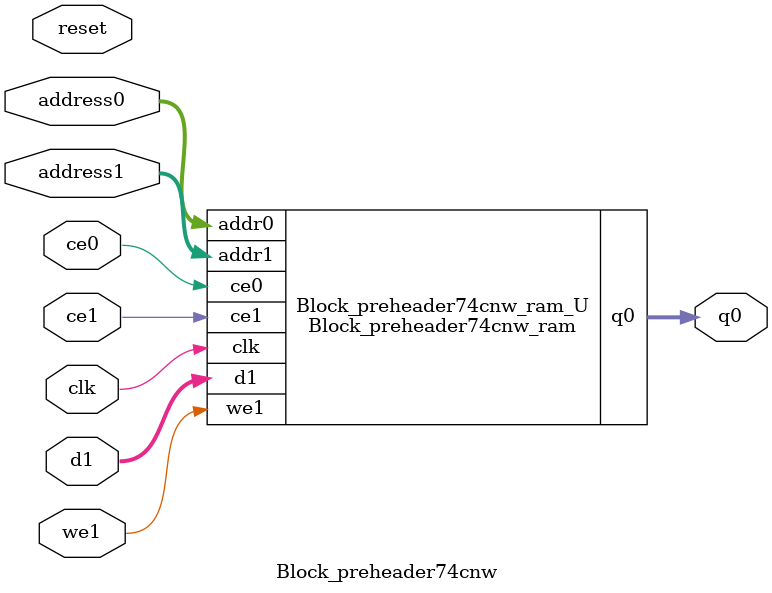
<source format=v>
`timescale 1 ns / 1 ps
module Block_preheader74cnw_ram (addr0, ce0, q0, addr1, ce1, d1, we1,  clk);

parameter DWIDTH = 5;
parameter AWIDTH = 12;
parameter MEM_SIZE = 2688;

input[AWIDTH-1:0] addr0;
input ce0;
output reg[DWIDTH-1:0] q0;
input[AWIDTH-1:0] addr1;
input ce1;
input[DWIDTH-1:0] d1;
input we1;
input clk;

(* ram_style = "block" *)reg [DWIDTH-1:0] ram[0:MEM_SIZE-1];




always @(posedge clk)  
begin 
    if (ce0) begin
        q0 <= ram[addr0];
    end
end


always @(posedge clk)  
begin 
    if (ce1) begin
        if (we1) 
            ram[addr1] <= d1; 
    end
end


endmodule

`timescale 1 ns / 1 ps
module Block_preheader74cnw(
    reset,
    clk,
    address0,
    ce0,
    q0,
    address1,
    ce1,
    we1,
    d1);

parameter DataWidth = 32'd5;
parameter AddressRange = 32'd2688;
parameter AddressWidth = 32'd12;
input reset;
input clk;
input[AddressWidth - 1:0] address0;
input ce0;
output[DataWidth - 1:0] q0;
input[AddressWidth - 1:0] address1;
input ce1;
input we1;
input[DataWidth - 1:0] d1;



Block_preheader74cnw_ram Block_preheader74cnw_ram_U(
    .clk( clk ),
    .addr0( address0 ),
    .ce0( ce0 ),
    .q0( q0 ),
    .addr1( address1 ),
    .ce1( ce1 ),
    .we1( we1 ),
    .d1( d1 ));

endmodule


</source>
